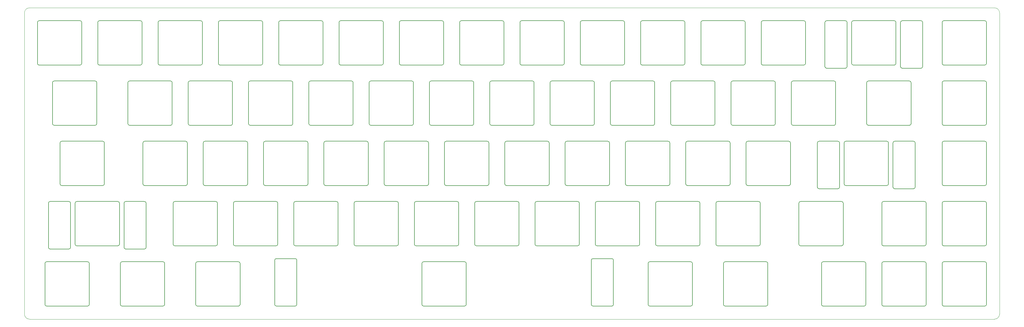
<source format=gbr>
G04 #@! TF.GenerationSoftware,KiCad,Pcbnew,(5.1.4)-1*
G04 #@! TF.CreationDate,2021-01-30T00:12:26-06:00*
G04 #@! TF.ProjectId,65NumpadPLATE,36354e75-6d70-4616-9450-4c4154452e6b,rev?*
G04 #@! TF.SameCoordinates,Original*
G04 #@! TF.FileFunction,Profile,NP*
%FSLAX46Y46*%
G04 Gerber Fmt 4.6, Leading zero omitted, Abs format (unit mm)*
G04 Created by KiCad (PCBNEW (5.1.4)-1) date 2021-01-30 00:12:26*
%MOMM*%
%LPD*%
G04 APERTURE LIST*
%ADD10C,0.200000*%
%ADD11C,0.050000*%
G04 APERTURE END LIST*
D10*
X12033249Y-51714500D02*
X-966750Y-51714500D01*
X-966750Y-65714499D02*
X12033249Y-65714499D01*
X12533249Y-65214499D02*
G75*
G02X12033249Y-65714499I-500000J0D01*
G01*
X-1466750Y-52214500D02*
G75*
G02X-966750Y-51714500I500000J0D01*
G01*
X-966750Y-65714499D02*
G75*
G02X-1466750Y-65214499I0J500000D01*
G01*
X12033249Y-51714500D02*
G75*
G02X12533249Y-52214500I0J-500000D01*
G01*
X69183250Y-51714500D02*
G75*
G02X69683250Y-52214500I0J-500000D01*
G01*
X50133250Y-51714500D02*
G75*
G02X50633250Y-52214500I0J-500000D01*
G01*
X55683250Y-52214500D02*
G75*
G02X56183250Y-51714500I500000J0D01*
G01*
X50133250Y-51714500D02*
X37133250Y-51714500D01*
X50633250Y-65214499D02*
X50633250Y-52214500D01*
X36633250Y-52214500D02*
X36633250Y-65214499D01*
X37133250Y-65714499D02*
X50133250Y-65714499D01*
X56183250Y-65714499D02*
G75*
G02X55683250Y-65214499I0J500000D01*
G01*
X36633250Y-52214500D02*
G75*
G02X37133250Y-51714500I500000J0D01*
G01*
X69683250Y-65214499D02*
G75*
G02X69183250Y-65714499I-500000J0D01*
G01*
X50633250Y-65214499D02*
G75*
G02X50133250Y-65714499I-500000J0D01*
G01*
X88733250Y-65214499D02*
X88733250Y-52214500D01*
X88733250Y-65214499D02*
G75*
G02X88233250Y-65714499I-500000J0D01*
G01*
X88233250Y-51714500D02*
X75233250Y-51714500D01*
X75233250Y-65714499D02*
X88233250Y-65714499D01*
X74733250Y-52214500D02*
G75*
G02X75233250Y-51714500I500000J0D01*
G01*
X88233250Y-51714500D02*
G75*
G02X88733250Y-52214500I0J-500000D01*
G01*
X69683250Y-65214499D02*
X69683250Y-52214500D01*
X75233250Y-65714499D02*
G75*
G02X74733250Y-65214499I0J500000D01*
G01*
X69183250Y-51714500D02*
X56183250Y-51714500D01*
X55683250Y-52214500D02*
X55683250Y-65214499D01*
X56183250Y-65714499D02*
X69183250Y-65714499D01*
X126833249Y-65214499D02*
G75*
G02X126333249Y-65714499I-500000J0D01*
G01*
X113333250Y-65714499D02*
G75*
G02X112833250Y-65214499I0J500000D01*
G01*
X94283250Y-65714499D02*
X107283250Y-65714499D01*
X107783250Y-65214499D02*
G75*
G02X107283250Y-65714499I-500000J0D01*
G01*
X107283250Y-51714500D02*
X94283250Y-51714500D01*
X93783250Y-52214500D02*
G75*
G02X94283250Y-51714500I500000J0D01*
G01*
X107283250Y-51714500D02*
G75*
G02X107783250Y-52214500I0J-500000D01*
G01*
X94283250Y-65714499D02*
G75*
G02X93783250Y-65214499I0J500000D01*
G01*
X74733250Y-52214500D02*
X74733250Y-65214499D01*
X93783250Y-52214500D02*
X93783250Y-65214499D01*
X107783250Y-65214499D02*
X107783250Y-52214500D01*
X132383250Y-65714499D02*
G75*
G02X131883250Y-65214499I0J500000D01*
G01*
X131883250Y-52214500D02*
G75*
G02X132383250Y-51714500I500000J0D01*
G01*
X126333249Y-51714500D02*
G75*
G02X126833249Y-52214500I0J-500000D01*
G01*
X113333250Y-65714499D02*
X126333249Y-65714499D01*
X132383250Y-65714499D02*
X145383250Y-65714499D01*
X126833249Y-65214499D02*
X126833249Y-52214500D01*
X126333249Y-51714500D02*
X113333250Y-51714500D01*
X112833250Y-52214500D02*
X112833250Y-65214499D01*
X145383250Y-51714500D02*
G75*
G02X145883250Y-52214500I0J-500000D01*
G01*
X145883250Y-65214499D02*
G75*
G02X145383250Y-65714499I-500000J0D01*
G01*
X112833250Y-52214500D02*
G75*
G02X113333250Y-51714500I500000J0D01*
G01*
X37133250Y-65714499D02*
G75*
G02X36633250Y-65214499I0J500000D01*
G01*
X31083250Y-51714500D02*
X18083250Y-51714500D01*
X18083250Y-65714499D02*
G75*
G02X17583250Y-65214499I0J500000D01*
G01*
X-1466750Y-52214500D02*
X-1466750Y-65214499D01*
X31583250Y-65214499D02*
X31583250Y-52214500D01*
X31083250Y-51714500D02*
G75*
G02X31583250Y-52214500I0J-500000D01*
G01*
X17583250Y-52214500D02*
X17583250Y-65214499D01*
X18083250Y-65714499D02*
X31083250Y-65714499D01*
X17583250Y-52214500D02*
G75*
G02X18083250Y-51714500I500000J0D01*
G01*
X31583250Y-65214499D02*
G75*
G02X31083250Y-65714499I-500000J0D01*
G01*
X12533249Y-65214499D02*
X12533249Y-52214500D01*
X284783250Y-84764500D02*
X297783250Y-84764500D01*
X297783250Y-70764500D02*
G75*
G02X298283250Y-71264500I0J-500000D01*
G01*
X297783250Y-70764500D02*
X284783250Y-70764500D01*
X298283250Y-84264500D02*
G75*
G02X297783250Y-84764500I-500000J0D01*
G01*
X284283250Y-71264500D02*
G75*
G02X284783250Y-70764500I500000J0D01*
G01*
X284283250Y-71264500D02*
X284283250Y-84264500D01*
X298283250Y-84264500D02*
X298283250Y-71264500D01*
X145383250Y-51714500D02*
X132383250Y-51714500D01*
X150933250Y-52214500D02*
X150933250Y-65214499D01*
X164933250Y-65214499D02*
X164933250Y-52214500D01*
X164433250Y-51714500D02*
X151433250Y-51714500D01*
X164433250Y-51714500D02*
G75*
G02X164933250Y-52214500I0J-500000D01*
G01*
X151433250Y-65714499D02*
X164433250Y-65714499D01*
X164933250Y-65214499D02*
G75*
G02X164433250Y-65714499I-500000J0D01*
G01*
X151433250Y-65714499D02*
G75*
G02X150933250Y-65214499I0J500000D01*
G01*
X131883250Y-52214500D02*
X131883250Y-65214499D01*
X150933250Y-52214500D02*
G75*
G02X151433250Y-51714500I500000J0D01*
G01*
X145883250Y-65214499D02*
X145883250Y-52214500D01*
X19677000Y-103314500D02*
X19677000Y-90314500D01*
X45870750Y-103314500D02*
X45870750Y-90314500D01*
X45370750Y-89814500D02*
G75*
G02X45870750Y-90314500I0J-500000D01*
G01*
X5677000Y-90314500D02*
G75*
G02X6177000Y-89814500I500000J0D01*
G01*
X102520750Y-89814500D02*
G75*
G02X103020750Y-90314500I0J-500000D01*
G01*
X103020750Y-103314500D02*
G75*
G02X102520750Y-103814500I-500000J0D01*
G01*
X83470750Y-89814500D02*
G75*
G02X83970750Y-90314500I0J-500000D01*
G01*
X31870750Y-90314500D02*
G75*
G02X32370750Y-89814500I500000J0D01*
G01*
X19177000Y-89814500D02*
X6177000Y-89814500D01*
X19677000Y-103314500D02*
G75*
G02X19177000Y-103814500I-500000J0D01*
G01*
X51420750Y-103814500D02*
X64420750Y-103814500D01*
X50920750Y-90314500D02*
G75*
G02X51420750Y-89814500I500000J0D01*
G01*
X89520750Y-103814500D02*
G75*
G02X89020750Y-103314500I0J500000D01*
G01*
X64420750Y-89814500D02*
G75*
G02X64920750Y-90314500I0J-500000D01*
G01*
X69970750Y-90314500D02*
X69970750Y-103314500D01*
X45370750Y-89814500D02*
X32370750Y-89814500D01*
X32370750Y-103814500D02*
X45370750Y-103814500D01*
X32370750Y-103814500D02*
G75*
G02X31870750Y-103314500I0J500000D01*
G01*
X83470750Y-89814500D02*
X70470750Y-89814500D01*
X69970750Y-90314500D02*
G75*
G02X70470750Y-89814500I500000J0D01*
G01*
X83970750Y-103314500D02*
G75*
G02X83470750Y-103814500I-500000J0D01*
G01*
X70470750Y-103814500D02*
G75*
G02X69970750Y-103314500I0J500000D01*
G01*
X50920750Y-90314500D02*
X50920750Y-103314500D01*
X64920750Y-103314500D02*
X64920750Y-90314500D01*
X51420750Y-103814500D02*
G75*
G02X50920750Y-103314500I0J500000D01*
G01*
X31870750Y-90314500D02*
X31870750Y-103314500D01*
X6177000Y-103814500D02*
G75*
G02X5677000Y-103314500I0J500000D01*
G01*
X45870750Y-103314500D02*
G75*
G02X45370750Y-103814500I-500000J0D01*
G01*
X5677000Y-90314500D02*
X5677000Y-103314500D01*
X6177000Y-103814500D02*
X19177000Y-103814500D01*
X19177000Y-89814500D02*
G75*
G02X19677000Y-90314500I0J-500000D01*
G01*
X64920750Y-103314500D02*
G75*
G02X64420750Y-103814500I-500000J0D01*
G01*
X83970750Y-103314500D02*
X83970750Y-90314500D01*
X70470750Y-103814500D02*
X83470750Y-103814500D01*
X64420750Y-89814500D02*
X51420750Y-89814500D01*
X247270250Y-52214500D02*
X247270250Y-66214500D01*
X247770250Y-66714500D02*
X253770250Y-66714500D01*
X254270250Y-66214500D02*
X254270250Y-52214500D01*
X254270250Y-66214500D02*
G75*
G02X253770250Y-66714500I-500000J0D01*
G01*
X247270250Y-52214500D02*
G75*
G02X247770250Y-51714500I500000J0D01*
G01*
X253770250Y-51714500D02*
G75*
G02X254270250Y-52214500I0J-500000D01*
G01*
X255708250Y-52214500D02*
X255708250Y-65214499D01*
X269708250Y-65214499D02*
X269708250Y-52214500D01*
X247770250Y-66714500D02*
G75*
G02X247270250Y-66214500I0J500000D01*
G01*
X256208250Y-65714499D02*
X269208250Y-65714499D01*
X284783250Y-65714499D02*
G75*
G02X284283250Y-65214499I0J500000D01*
G01*
X271146250Y-52214500D02*
X271146250Y-66214500D01*
X277646250Y-51714500D02*
G75*
G02X278146250Y-52214500I0J-500000D01*
G01*
X269208250Y-51714500D02*
X256208250Y-51714500D01*
X253770250Y-51714500D02*
X247770250Y-51714500D01*
X278146250Y-66214500D02*
X278146250Y-52214500D01*
X277646250Y-51714500D02*
X271646250Y-51714500D01*
X271646250Y-66714500D02*
X277646250Y-66714500D01*
X271146250Y-52214500D02*
G75*
G02X271646250Y-51714500I500000J0D01*
G01*
X255708250Y-52214500D02*
G75*
G02X256208250Y-51714500I500000J0D01*
G01*
X278146250Y-66214500D02*
G75*
G02X277646250Y-66714500I-500000J0D01*
G01*
X269208250Y-51714500D02*
G75*
G02X269708250Y-52214500I0J-500000D01*
G01*
X271646250Y-66714500D02*
G75*
G02X271146250Y-66214500I0J500000D01*
G01*
X27108250Y-71264500D02*
G75*
G02X27608250Y-70764500I500000J0D01*
G01*
X17295750Y-84264500D02*
X17295750Y-71264500D01*
X27608250Y-84764500D02*
G75*
G02X27108250Y-84264500I0J500000D01*
G01*
X3295750Y-71264500D02*
X3295750Y-84264500D01*
X16795750Y-70764500D02*
X3795750Y-70764500D01*
X3795750Y-84764500D02*
X16795750Y-84764500D01*
X3295750Y-71264500D02*
G75*
G02X3795750Y-70764500I500000J0D01*
G01*
X17295750Y-84264500D02*
G75*
G02X16795750Y-84764500I-500000J0D01*
G01*
X46658250Y-84764500D02*
X59658250Y-84764500D01*
X16795750Y-70764500D02*
G75*
G02X17295750Y-71264500I0J-500000D01*
G01*
X40608250Y-70764500D02*
G75*
G02X41108250Y-71264500I0J-500000D01*
G01*
X27108250Y-71264500D02*
X27108250Y-84264500D01*
X46158250Y-71264500D02*
G75*
G02X46658250Y-70764500I500000J0D01*
G01*
X59658250Y-70764500D02*
G75*
G02X60158250Y-71264500I0J-500000D01*
G01*
X60158250Y-84264500D02*
G75*
G02X59658250Y-84764500I-500000J0D01*
G01*
X46658250Y-84764500D02*
G75*
G02X46158250Y-84264500I0J500000D01*
G01*
X3795750Y-84764500D02*
G75*
G02X3295750Y-84264500I0J500000D01*
G01*
X41108250Y-84264500D02*
X41108250Y-71264500D01*
X40608250Y-70764500D02*
X27608250Y-70764500D01*
X27608250Y-84764500D02*
X40608250Y-84764500D01*
X41108250Y-84264500D02*
G75*
G02X40608250Y-84764500I-500000J0D01*
G01*
X170483250Y-65714499D02*
G75*
G02X169983250Y-65214499I0J500000D01*
G01*
X183483250Y-51714500D02*
G75*
G02X183983250Y-52214500I0J-500000D01*
G01*
X183983250Y-65214499D02*
G75*
G02X183483250Y-65714499I-500000J0D01*
G01*
X202533250Y-51714500D02*
G75*
G02X203033250Y-52214500I0J-500000D01*
G01*
X203033250Y-65214499D02*
G75*
G02X202533250Y-65714499I-500000J0D01*
G01*
X189533250Y-65714499D02*
G75*
G02X189033250Y-65214499I0J500000D01*
G01*
X169983250Y-52214500D02*
X169983250Y-65214499D01*
X183983250Y-65214499D02*
X183983250Y-52214500D01*
X183483250Y-51714500D02*
X170483250Y-51714500D01*
X169983250Y-52214500D02*
G75*
G02X170483250Y-51714500I500000J0D01*
G01*
X170483250Y-65714499D02*
X183483250Y-65714499D01*
X278733250Y-108864500D02*
G75*
G02X279233250Y-109364500I0J-500000D01*
G01*
X252539500Y-108864500D02*
X239539500Y-108864500D01*
X279233250Y-122364500D02*
G75*
G02X278733250Y-122864500I-500000J0D01*
G01*
X278733250Y-108864500D02*
X265733250Y-108864500D01*
X297783250Y-108864500D02*
X284783250Y-108864500D01*
X253039500Y-122364500D02*
X253039500Y-109364500D01*
X265233250Y-109364500D02*
X265233250Y-122364500D01*
X279233250Y-122364500D02*
X279233250Y-109364500D01*
X265733250Y-122864500D02*
G75*
G02X265233250Y-122364500I0J500000D01*
G01*
X239039500Y-109364500D02*
X239039500Y-122364500D01*
X239039500Y-109364500D02*
G75*
G02X239539500Y-108864500I500000J0D01*
G01*
X298283250Y-122364500D02*
X298283250Y-109364500D01*
X284783250Y-122864500D02*
X297783250Y-122864500D01*
X284283250Y-109364500D02*
G75*
G02X284783250Y-108864500I500000J0D01*
G01*
X265233250Y-109364500D02*
G75*
G02X265733250Y-108864500I500000J0D01*
G01*
X298283250Y-122364500D02*
G75*
G02X297783250Y-122864500I-500000J0D01*
G01*
X297783250Y-108864500D02*
G75*
G02X298283250Y-109364500I0J-500000D01*
G01*
X265733250Y-122864500D02*
X278733250Y-122864500D01*
X239539500Y-122864500D02*
X252539500Y-122864500D01*
X284283250Y-109364500D02*
X284283250Y-122364500D01*
X284783250Y-122864500D02*
G75*
G02X284283250Y-122364500I0J500000D01*
G01*
X99045750Y-122864500D02*
X112045750Y-122864500D01*
X169695750Y-122364500D02*
G75*
G02X169195750Y-122864500I-500000J0D01*
G01*
X92995750Y-108864500D02*
X79995750Y-108864500D01*
X150145750Y-108864500D02*
G75*
G02X150645750Y-109364500I0J-500000D01*
G01*
X99045750Y-122864500D02*
G75*
G02X98545750Y-122364500I0J500000D01*
G01*
X169195750Y-108864500D02*
X156195750Y-108864500D01*
X131095750Y-108864500D02*
X118095750Y-108864500D01*
X98545750Y-109364500D02*
G75*
G02X99045750Y-108864500I500000J0D01*
G01*
X112045750Y-108864500D02*
G75*
G02X112545750Y-109364500I0J-500000D01*
G01*
X207295750Y-108864500D02*
X194295750Y-108864500D01*
X193795750Y-109364500D02*
G75*
G02X194295750Y-108864500I500000J0D01*
G01*
X174745750Y-109364500D02*
G75*
G02X175245750Y-108864500I500000J0D01*
G01*
X169695750Y-122364500D02*
X169695750Y-109364500D01*
X79495750Y-109364500D02*
X79495750Y-122364500D01*
X169195750Y-108864500D02*
G75*
G02X169695750Y-109364500I0J-500000D01*
G01*
X137145750Y-122864500D02*
X150145750Y-122864500D01*
X137145750Y-122864500D02*
G75*
G02X136645750Y-122364500I0J500000D01*
G01*
X131595750Y-122364500D02*
G75*
G02X131095750Y-122864500I-500000J0D01*
G01*
X98545750Y-109364500D02*
X98545750Y-122364500D01*
X252539500Y-108864500D02*
G75*
G02X253039500Y-109364500I0J-500000D01*
G01*
X188245750Y-108864500D02*
G75*
G02X188745750Y-109364500I0J-500000D01*
G01*
X93495750Y-122364500D02*
X93495750Y-109364500D01*
X194295750Y-122864500D02*
X207295750Y-122864500D01*
X175245750Y-122864500D02*
G75*
G02X174745750Y-122364500I0J500000D01*
G01*
X118095750Y-122864500D02*
G75*
G02X117595750Y-122364500I0J500000D01*
G01*
X79995750Y-122864500D02*
X92995750Y-122864500D01*
X207795750Y-122364500D02*
G75*
G02X207295750Y-122864500I-500000J0D01*
G01*
X156195750Y-122864500D02*
X169195750Y-122864500D01*
X155695750Y-109364500D02*
G75*
G02X156195750Y-108864500I500000J0D01*
G01*
X112045750Y-108864500D02*
X99045750Y-108864500D01*
X136645750Y-109364500D02*
X136645750Y-122364500D01*
X253039500Y-122364500D02*
G75*
G02X252539500Y-122864500I-500000J0D01*
G01*
X239539500Y-122864500D02*
G75*
G02X239039500Y-122364500I0J500000D01*
G01*
X226345750Y-108864500D02*
G75*
G02X226845750Y-109364500I0J-500000D01*
G01*
X213345750Y-122864500D02*
G75*
G02X212845750Y-122364500I0J500000D01*
G01*
X193795750Y-109364500D02*
X193795750Y-122364500D01*
X188245750Y-108864500D02*
X175245750Y-108864500D01*
X118095750Y-122864500D02*
X131095750Y-122864500D01*
X112545750Y-122364500D02*
G75*
G02X112045750Y-122864500I-500000J0D01*
G01*
X207795750Y-122364500D02*
X207795750Y-109364500D01*
X117595750Y-109364500D02*
G75*
G02X118095750Y-108864500I500000J0D01*
G01*
X131095750Y-108864500D02*
G75*
G02X131595750Y-109364500I0J-500000D01*
G01*
X131595750Y-122364500D02*
X131595750Y-109364500D01*
X212845750Y-109364500D02*
G75*
G02X213345750Y-108864500I500000J0D01*
G01*
X117595750Y-109364500D02*
X117595750Y-122364500D01*
X212845750Y-109364500D02*
X212845750Y-122364500D01*
X226845750Y-122364500D02*
X226845750Y-109364500D01*
X226345750Y-108864500D02*
X213345750Y-108864500D01*
X213345750Y-122864500D02*
X226345750Y-122864500D01*
X207295750Y-108864500D02*
G75*
G02X207795750Y-109364500I0J-500000D01*
G01*
X136645750Y-109364500D02*
G75*
G02X137145750Y-108864500I500000J0D01*
G01*
X112545750Y-122364500D02*
X112545750Y-109364500D01*
X226845750Y-122364500D02*
G75*
G02X226345750Y-122864500I-500000J0D01*
G01*
X156195750Y-122864500D02*
G75*
G02X155695750Y-122364500I0J500000D01*
G01*
X194295750Y-122864500D02*
G75*
G02X193795750Y-122364500I0J500000D01*
G01*
X150645750Y-122364500D02*
X150645750Y-109364500D01*
X150645750Y-122364500D02*
G75*
G02X150145750Y-122864500I-500000J0D01*
G01*
X174745750Y-109364500D02*
X174745750Y-122364500D01*
X188745750Y-122364500D02*
X188745750Y-109364500D01*
X175245750Y-122864500D02*
X188245750Y-122864500D01*
X188745750Y-122364500D02*
G75*
G02X188245750Y-122864500I-500000J0D01*
G01*
X155695750Y-109364500D02*
X155695750Y-122364500D01*
X79495750Y-109364500D02*
G75*
G02X79995750Y-108864500I500000J0D01*
G01*
X150145750Y-108864500D02*
X137145750Y-108864500D01*
X160170750Y-103314500D02*
X160170750Y-90314500D01*
X146170750Y-90314500D02*
G75*
G02X146670750Y-89814500I500000J0D01*
G01*
X127120750Y-90314500D02*
X127120750Y-103314500D01*
X103020750Y-103314500D02*
X103020750Y-90314500D01*
X140620750Y-89814500D02*
G75*
G02X141120750Y-90314500I0J-500000D01*
G01*
X146670750Y-103814500D02*
X159670750Y-103814500D01*
X159670750Y-89814500D02*
G75*
G02X160170750Y-90314500I0J-500000D01*
G01*
X121570750Y-89814500D02*
X108570750Y-89814500D01*
X108070750Y-90314500D02*
G75*
G02X108570750Y-89814500I500000J0D01*
G01*
X102520750Y-89814500D02*
X89520750Y-89814500D01*
X159670750Y-89814500D02*
X146670750Y-89814500D01*
X160170750Y-103314500D02*
G75*
G02X159670750Y-103814500I-500000J0D01*
G01*
X140620750Y-89814500D02*
X127620750Y-89814500D01*
X127120750Y-90314500D02*
G75*
G02X127620750Y-89814500I500000J0D01*
G01*
X141120750Y-103314500D02*
G75*
G02X140620750Y-103814500I-500000J0D01*
G01*
X108570750Y-103814500D02*
X121570750Y-103814500D01*
X108070750Y-90314500D02*
X108070750Y-103314500D01*
X127620750Y-103814500D02*
G75*
G02X127120750Y-103314500I0J500000D01*
G01*
X121570750Y-89814500D02*
G75*
G02X122070750Y-90314500I0J-500000D01*
G01*
X89020750Y-90314500D02*
X89020750Y-103314500D01*
X89520750Y-103814500D02*
X102520750Y-103814500D01*
X141120750Y-103314500D02*
X141120750Y-90314500D01*
X89020750Y-90314500D02*
G75*
G02X89520750Y-89814500I500000J0D01*
G01*
X146670750Y-103814500D02*
G75*
G02X146170750Y-103314500I0J500000D01*
G01*
X127620750Y-103814500D02*
X140620750Y-103814500D01*
X122070750Y-103314500D02*
X122070750Y-90314500D01*
X122070750Y-103314500D02*
G75*
G02X121570750Y-103814500I-500000J0D01*
G01*
X108570750Y-103814500D02*
G75*
G02X108070750Y-103314500I0J500000D01*
G01*
X297783250Y-89814500D02*
G75*
G02X298283250Y-90314500I0J-500000D01*
G01*
X217320750Y-103314500D02*
G75*
G02X216820750Y-103814500I-500000J0D01*
G01*
X184770750Y-103814500D02*
G75*
G02X184270750Y-103314500I0J500000D01*
G01*
X203820750Y-103814500D02*
G75*
G02X203320750Y-103314500I0J500000D01*
G01*
X184770750Y-103814500D02*
X197770750Y-103814500D01*
X165720750Y-103814500D02*
X178720750Y-103814500D01*
X165720750Y-103814500D02*
G75*
G02X165220750Y-103314500I0J500000D01*
G01*
X284783250Y-103814500D02*
X297783250Y-103814500D01*
X244889000Y-90314500D02*
G75*
G02X245389000Y-89814500I500000J0D01*
G01*
X236370750Y-103314500D02*
X236370750Y-90314500D01*
X217320750Y-103314500D02*
X217320750Y-90314500D01*
X178720750Y-89814500D02*
X165720750Y-89814500D01*
X284283250Y-90314500D02*
G75*
G02X284783250Y-89814500I500000J0D01*
G01*
X268765000Y-90314500D02*
X268765000Y-104314500D01*
X275765000Y-104314500D02*
X275765000Y-90314500D01*
X184270750Y-90314500D02*
X184270750Y-103314500D01*
X165220750Y-90314500D02*
G75*
G02X165720750Y-89814500I500000J0D01*
G01*
X269265000Y-104814500D02*
G75*
G02X268765000Y-104314500I0J500000D01*
G01*
X266827000Y-89814500D02*
G75*
G02X267327000Y-90314500I0J-500000D01*
G01*
X244889000Y-90314500D02*
X244889000Y-104314500D01*
X251389000Y-89814500D02*
X245389000Y-89814500D01*
X251389000Y-89814500D02*
G75*
G02X251889000Y-90314500I0J-500000D01*
G01*
X245389000Y-104814500D02*
G75*
G02X244889000Y-104314500I0J500000D01*
G01*
X216820750Y-89814500D02*
G75*
G02X217320750Y-90314500I0J-500000D01*
G01*
X146170750Y-90314500D02*
X146170750Y-103314500D01*
X222870750Y-103814500D02*
X235870750Y-103814500D01*
X266827000Y-89814500D02*
X253827000Y-89814500D01*
X222870750Y-103814500D02*
G75*
G02X222370750Y-103314500I0J500000D01*
G01*
X197770750Y-89814500D02*
G75*
G02X198270750Y-90314500I0J-500000D01*
G01*
X179220750Y-103314500D02*
X179220750Y-90314500D01*
X298283250Y-103314500D02*
G75*
G02X297783250Y-103814500I-500000J0D01*
G01*
X267327000Y-103314500D02*
X267327000Y-90314500D01*
X178720750Y-89814500D02*
G75*
G02X179220750Y-90314500I0J-500000D01*
G01*
X203820750Y-103814500D02*
X216820750Y-103814500D01*
X222370750Y-90314500D02*
X222370750Y-103314500D01*
X197770750Y-89814500D02*
X184770750Y-89814500D01*
X284783250Y-103814500D02*
G75*
G02X284283250Y-103314500I0J500000D01*
G01*
X275265000Y-89814500D02*
X269265000Y-89814500D01*
X251889000Y-104314500D02*
G75*
G02X251389000Y-104814500I-500000J0D01*
G01*
X269265000Y-104814500D02*
X275265000Y-104814500D01*
X268765000Y-90314500D02*
G75*
G02X269265000Y-89814500I500000J0D01*
G01*
X275265000Y-89814500D02*
G75*
G02X275765000Y-90314500I0J-500000D01*
G01*
X253327000Y-90314500D02*
G75*
G02X253827000Y-89814500I500000J0D01*
G01*
X165220750Y-90314500D02*
X165220750Y-103314500D01*
X275765000Y-104314500D02*
G75*
G02X275265000Y-104814500I-500000J0D01*
G01*
X245389000Y-104814500D02*
X251389000Y-104814500D01*
X222370750Y-90314500D02*
G75*
G02X222870750Y-89814500I500000J0D01*
G01*
X253327000Y-90314500D02*
X253327000Y-103314500D01*
X203320750Y-90314500D02*
X203320750Y-103314500D01*
X235870750Y-89814500D02*
X222870750Y-89814500D01*
X203320750Y-90314500D02*
G75*
G02X203820750Y-89814500I500000J0D01*
G01*
X198270750Y-103314500D02*
X198270750Y-90314500D01*
X184270750Y-90314500D02*
G75*
G02X184770750Y-89814500I500000J0D01*
G01*
X253827000Y-103814500D02*
X266827000Y-103814500D01*
X267327000Y-103314500D02*
G75*
G02X266827000Y-103814500I-500000J0D01*
G01*
X253827000Y-103814500D02*
G75*
G02X253327000Y-103314500I0J500000D01*
G01*
X216820750Y-89814500D02*
X203820750Y-89814500D01*
X236370750Y-103314500D02*
G75*
G02X235870750Y-103814500I-500000J0D01*
G01*
X198270750Y-103314500D02*
G75*
G02X197770750Y-103814500I-500000J0D01*
G01*
X251889000Y-104314500D02*
X251889000Y-90314500D01*
X179220750Y-103314500D02*
G75*
G02X178720750Y-103814500I-500000J0D01*
G01*
X298283250Y-103314500D02*
X298283250Y-90314500D01*
X235870750Y-89814500D02*
G75*
G02X236370750Y-90314500I0J-500000D01*
G01*
X297783250Y-89814500D02*
X284783250Y-89814500D01*
X227133250Y-52214500D02*
G75*
G02X227633250Y-51714500I500000J0D01*
G01*
X189533250Y-65714499D02*
X202533250Y-65714499D01*
X203033250Y-65214499D02*
X203033250Y-52214500D01*
X256208250Y-65714499D02*
G75*
G02X255708250Y-65214499I0J500000D01*
G01*
X221583250Y-51714500D02*
G75*
G02X222083250Y-52214500I0J-500000D01*
G01*
X202533250Y-51714500D02*
X189533250Y-51714500D01*
X269708250Y-65214499D02*
G75*
G02X269208250Y-65714499I-500000J0D01*
G01*
X227133250Y-52214500D02*
X227133250Y-65214499D01*
X240633250Y-51714500D02*
X227633250Y-51714500D01*
X227633250Y-65714499D02*
X240633250Y-65714499D01*
X208583250Y-65714499D02*
X221583250Y-65714499D01*
X241133250Y-65214499D02*
X241133250Y-52214500D01*
X208583250Y-65714499D02*
G75*
G02X208083250Y-65214499I0J500000D01*
G01*
X240633250Y-51714500D02*
G75*
G02X241133250Y-52214500I0J-500000D01*
G01*
X227633250Y-65714499D02*
G75*
G02X227133250Y-65214499I0J500000D01*
G01*
X208083250Y-52214500D02*
X208083250Y-65214499D01*
X189033250Y-52214500D02*
G75*
G02X189533250Y-51714500I500000J0D01*
G01*
X208083250Y-52214500D02*
G75*
G02X208583250Y-51714500I500000J0D01*
G01*
X189033250Y-52214500D02*
X189033250Y-65214499D01*
X221583250Y-51714500D02*
X208583250Y-51714500D01*
X222083250Y-65214499D02*
G75*
G02X221583250Y-65714499I-500000J0D01*
G01*
X241133250Y-65214499D02*
G75*
G02X240633250Y-65714499I-500000J0D01*
G01*
X222083250Y-65214499D02*
X222083250Y-52214500D01*
X297783250Y-51714500D02*
X284783250Y-51714500D01*
X298283250Y-65214499D02*
G75*
G02X297783250Y-65714499I-500000J0D01*
G01*
X284783250Y-65714499D02*
X297783250Y-65714499D01*
X297783250Y-51714500D02*
G75*
G02X298283250Y-52214500I0J-500000D01*
G01*
X284283250Y-52214500D02*
G75*
G02X284783250Y-51714500I500000J0D01*
G01*
X284283250Y-52214500D02*
X284283250Y-65214499D01*
X298283250Y-65214499D02*
X298283250Y-52214500D01*
X231608250Y-84264500D02*
G75*
G02X231108250Y-84764500I-500000J0D01*
G01*
X193508250Y-84264500D02*
X193508250Y-71264500D01*
X284783250Y-84764500D02*
G75*
G02X284283250Y-84264500I0J500000D01*
G01*
X260470749Y-71264500D02*
X260470749Y-84264500D01*
X260970749Y-84764500D02*
X273970750Y-84764500D01*
X193008250Y-70764500D02*
G75*
G02X193508250Y-71264500I0J-500000D01*
G01*
X236658250Y-71264500D02*
G75*
G02X237158250Y-70764500I500000J0D01*
G01*
X217608250Y-71264500D02*
X217608250Y-84264500D01*
X217608250Y-71264500D02*
G75*
G02X218108250Y-70764500I500000J0D01*
G01*
X212558250Y-84264500D02*
G75*
G02X212058250Y-84764500I-500000J0D01*
G01*
X180008250Y-84764500D02*
X193008250Y-84764500D01*
X198558250Y-71264500D02*
X198558250Y-84264500D01*
X274470750Y-84264500D02*
X274470750Y-71264500D01*
X273970750Y-70764500D02*
X260970749Y-70764500D01*
X212058250Y-70764500D02*
X199058250Y-70764500D01*
X260470749Y-71264500D02*
G75*
G02X260970749Y-70764500I500000J0D01*
G01*
X273970750Y-70764500D02*
G75*
G02X274470750Y-71264500I0J-500000D01*
G01*
X179508250Y-71264500D02*
X179508250Y-84264500D01*
X174458250Y-84264500D02*
X174458250Y-71264500D01*
X173958250Y-70764500D02*
X160958250Y-70764500D01*
X250658250Y-84264500D02*
X250658250Y-71264500D01*
X160458250Y-71264500D02*
G75*
G02X160958250Y-70764500I500000J0D01*
G01*
X274470750Y-84264500D02*
G75*
G02X273970750Y-84764500I-500000J0D01*
G01*
X260970749Y-84764500D02*
G75*
G02X260470749Y-84264500I0J500000D01*
G01*
X212058250Y-70764500D02*
G75*
G02X212558250Y-71264500I0J-500000D01*
G01*
X199058250Y-84764500D02*
G75*
G02X198558250Y-84264500I0J500000D01*
G01*
X236658250Y-71264500D02*
X236658250Y-84264500D01*
X250158250Y-70764500D02*
X237158250Y-70764500D01*
X237158250Y-84764500D02*
X250158250Y-84764500D01*
X160458250Y-71264500D02*
X160458250Y-84264500D01*
X250158250Y-70764500D02*
G75*
G02X250658250Y-71264500I0J-500000D01*
G01*
X180008250Y-84764500D02*
G75*
G02X179508250Y-84264500I0J500000D01*
G01*
X231108250Y-70764500D02*
X218108250Y-70764500D01*
X193508250Y-84264500D02*
G75*
G02X193008250Y-84764500I-500000J0D01*
G01*
X237158250Y-84764500D02*
G75*
G02X236658250Y-84264500I0J500000D01*
G01*
X231608250Y-84264500D02*
X231608250Y-71264500D01*
X193008250Y-70764500D02*
X180008250Y-70764500D01*
X199058250Y-84764500D02*
X212058250Y-84764500D01*
X250658250Y-84264500D02*
G75*
G02X250158250Y-84764500I-500000J0D01*
G01*
X198558250Y-71264500D02*
G75*
G02X199058250Y-70764500I500000J0D01*
G01*
X160958250Y-84764500D02*
X173958250Y-84764500D01*
X218108250Y-84764500D02*
X231108250Y-84764500D01*
X231108250Y-70764500D02*
G75*
G02X231608250Y-71264500I0J-500000D01*
G01*
X212558250Y-84264500D02*
X212558250Y-71264500D01*
X218108250Y-84764500D02*
G75*
G02X217608250Y-84264500I0J500000D01*
G01*
X179508250Y-71264500D02*
G75*
G02X180008250Y-70764500I500000J0D01*
G01*
X116808250Y-70764500D02*
G75*
G02X117308250Y-71264500I0J-500000D01*
G01*
X136358250Y-84264500D02*
X136358250Y-71264500D01*
X136358250Y-84264500D02*
G75*
G02X135858250Y-84764500I-500000J0D01*
G01*
X84258250Y-71264500D02*
G75*
G02X84758250Y-70764500I500000J0D01*
G01*
X97758250Y-70764500D02*
X84758250Y-70764500D01*
X173958250Y-70764500D02*
G75*
G02X174458250Y-71264500I0J-500000D01*
G01*
X78708250Y-70764500D02*
G75*
G02X79208250Y-71264500I0J-500000D01*
G01*
X122358250Y-71264500D02*
X122358250Y-84264500D01*
X65208250Y-71264500D02*
X65208250Y-84264500D01*
X117308250Y-84264500D02*
G75*
G02X116808250Y-84764500I-500000J0D01*
G01*
X155408250Y-84264500D02*
X155408250Y-71264500D01*
X79208250Y-84264500D02*
G75*
G02X78708250Y-84764500I-500000J0D01*
G01*
X84758250Y-84764500D02*
G75*
G02X84258250Y-84264500I0J500000D01*
G01*
X141408250Y-71264500D02*
G75*
G02X141908250Y-70764500I500000J0D01*
G01*
X103308250Y-71264500D02*
G75*
G02X103808250Y-70764500I500000J0D01*
G01*
X79208250Y-84264500D02*
X79208250Y-71264500D01*
X154908250Y-70764500D02*
X141908250Y-70764500D01*
X122358250Y-71264500D02*
G75*
G02X122858250Y-70764500I500000J0D01*
G01*
X154908250Y-70764500D02*
G75*
G02X155408250Y-71264500I0J-500000D01*
G01*
X135858250Y-70764500D02*
X122858250Y-70764500D01*
X117308250Y-84264500D02*
X117308250Y-71264500D01*
X103808250Y-84764500D02*
X116808250Y-84764500D01*
X98258250Y-84264500D02*
G75*
G02X97758250Y-84764500I-500000J0D01*
G01*
X103808250Y-84764500D02*
G75*
G02X103308250Y-84264500I0J500000D01*
G01*
X122858250Y-84764500D02*
G75*
G02X122358250Y-84264500I0J500000D01*
G01*
X116808250Y-70764500D02*
X103808250Y-70764500D01*
X103308250Y-71264500D02*
X103308250Y-84264500D01*
X135858250Y-70764500D02*
G75*
G02X136358250Y-71264500I0J-500000D01*
G01*
X97758250Y-70764500D02*
G75*
G02X98258250Y-71264500I0J-500000D01*
G01*
X141408250Y-71264500D02*
X141408250Y-84264500D01*
X141908250Y-84764500D02*
X154908250Y-84764500D01*
X46158250Y-71264500D02*
X46158250Y-84264500D01*
X155408250Y-84264500D02*
G75*
G02X154908250Y-84764500I-500000J0D01*
G01*
X59658250Y-70764500D02*
X46658250Y-70764500D01*
X84758250Y-84764500D02*
X97758250Y-84764500D01*
X65708250Y-84764500D02*
G75*
G02X65208250Y-84264500I0J500000D01*
G01*
X160958250Y-84764500D02*
G75*
G02X160458250Y-84264500I0J500000D01*
G01*
X141908250Y-84764500D02*
G75*
G02X141408250Y-84264500I0J500000D01*
G01*
X78708250Y-70764500D02*
X65708250Y-70764500D01*
X65708250Y-84764500D02*
X78708250Y-84764500D01*
X60158250Y-84264500D02*
X60158250Y-71264500D01*
X84258250Y-71264500D02*
X84258250Y-84264500D01*
X65208250Y-71264500D02*
G75*
G02X65708250Y-70764500I500000J0D01*
G01*
X174458250Y-84264500D02*
G75*
G02X173958250Y-84764500I-500000J0D01*
G01*
X122858250Y-84764500D02*
X135858250Y-84764500D01*
X98258250Y-84264500D02*
X98258250Y-71264500D01*
X93495750Y-122364500D02*
G75*
G02X92995750Y-122864500I-500000J0D01*
G01*
X32877500Y-123364500D02*
G75*
G02X32377500Y-123864500I-500000J0D01*
G01*
X26377500Y-123864500D02*
G75*
G02X25877500Y-123364500I0J500000D01*
G01*
X79995750Y-122864500D02*
G75*
G02X79495750Y-122364500I0J500000D01*
G01*
X55395750Y-122364500D02*
X55395750Y-109364500D01*
X32877500Y-123364500D02*
X32877500Y-109364500D01*
X2001500Y-109364500D02*
X2001500Y-123364500D01*
X73945750Y-108864500D02*
G75*
G02X74445750Y-109364500I0J-500000D01*
G01*
X74445750Y-122364500D02*
X74445750Y-109364500D01*
X41895750Y-122864500D02*
X54895750Y-122864500D01*
X32377500Y-108864500D02*
G75*
G02X32877500Y-109364500I0J-500000D01*
G01*
X73945750Y-108864500D02*
X60945750Y-108864500D01*
X41895750Y-122864500D02*
G75*
G02X41395750Y-122364500I0J500000D01*
G01*
X41395750Y-109364500D02*
X41395750Y-122364500D01*
X26377500Y-123864500D02*
X32377500Y-123864500D01*
X60445750Y-109364500D02*
X60445750Y-122364500D01*
X60945750Y-122864500D02*
X73945750Y-122864500D01*
X60445750Y-109364500D02*
G75*
G02X60945750Y-108864500I500000J0D01*
G01*
X74445750Y-122364500D02*
G75*
G02X73945750Y-122864500I-500000J0D01*
G01*
X41395750Y-109364500D02*
G75*
G02X41895750Y-108864500I500000J0D01*
G01*
X54895750Y-108864500D02*
X41895750Y-108864500D01*
X25877500Y-109364500D02*
X25877500Y-123364500D01*
X25877500Y-109364500D02*
G75*
G02X26377500Y-108864500I500000J0D01*
G01*
X60945750Y-122864500D02*
G75*
G02X60445750Y-122364500I0J500000D01*
G01*
X32377500Y-108864500D02*
X26377500Y-108864500D01*
X55395750Y-122364500D02*
G75*
G02X54895750Y-122864500I-500000J0D01*
G01*
X92995750Y-108864500D02*
G75*
G02X93495750Y-109364500I0J-500000D01*
G01*
X54895750Y-108864500D02*
G75*
G02X55395750Y-109364500I0J-500000D01*
G01*
X10939500Y-122864500D02*
X23939500Y-122864500D01*
X10939500Y-122864500D02*
G75*
G02X10439500Y-122364500I0J500000D01*
G01*
X9001500Y-123364500D02*
X9001500Y-109364500D01*
X8501500Y-108864500D02*
X2501500Y-108864500D01*
X284283250Y-90314500D02*
X284283250Y-103314500D01*
X23939500Y-108864500D02*
X10939500Y-108864500D01*
X2501500Y-123864500D02*
X8501500Y-123864500D01*
X2001500Y-109364500D02*
G75*
G02X2501500Y-108864500I500000J0D01*
G01*
X10439500Y-109364500D02*
G75*
G02X10939500Y-108864500I500000J0D01*
G01*
X8501500Y-108864500D02*
G75*
G02X9001500Y-109364500I0J-500000D01*
G01*
X9001500Y-123364500D02*
G75*
G02X8501500Y-123864500I-500000J0D01*
G01*
X24439500Y-122364500D02*
X24439500Y-109364500D01*
X23939500Y-108864500D02*
G75*
G02X24439500Y-109364500I0J-500000D01*
G01*
X10439500Y-109364500D02*
X10439500Y-122364500D01*
X2501500Y-123864500D02*
G75*
G02X2001500Y-123364500I0J500000D01*
G01*
X24439500Y-122364500D02*
G75*
G02X23939500Y-122864500I-500000J0D01*
G01*
X80477000Y-141414500D02*
G75*
G02X79977000Y-141914500I-500000J0D01*
G01*
X215227000Y-128414500D02*
G75*
G02X215727000Y-127914500I500000J0D01*
G01*
X180477000Y-141414500D02*
X180477000Y-127414500D01*
X246183250Y-128414500D02*
G75*
G02X246683250Y-127914500I500000J0D01*
G01*
X215227000Y-128414500D02*
X215227000Y-141414500D01*
X191414500Y-128414500D02*
X191414500Y-141414500D01*
X191414500Y-128414500D02*
G75*
G02X191914500Y-127914500I500000J0D01*
G01*
X298283250Y-141414500D02*
G75*
G02X297783250Y-141914500I-500000J0D01*
G01*
X279233250Y-141414500D02*
G75*
G02X278733250Y-141914500I-500000J0D01*
G01*
X215727000Y-141914500D02*
G75*
G02X215227000Y-141414500I0J500000D01*
G01*
X259683250Y-127914500D02*
G75*
G02X260183250Y-128414500I0J-500000D01*
G01*
X205414500Y-141414500D02*
X205414500Y-128414500D01*
X297783250Y-127914500D02*
X284783250Y-127914500D01*
X73977000Y-141914500D02*
G75*
G02X73477000Y-141414500I0J500000D01*
G01*
X259683250Y-127914500D02*
X246683250Y-127914500D01*
X204914500Y-127914500D02*
G75*
G02X205414500Y-128414500I0J-500000D01*
G01*
X265233250Y-128414500D02*
X265233250Y-141414500D01*
X265233250Y-128414500D02*
G75*
G02X265733250Y-127914500I500000J0D01*
G01*
X228727000Y-127914500D02*
X215727000Y-127914500D01*
X229227000Y-141414500D02*
G75*
G02X228727000Y-141914500I-500000J0D01*
G01*
X191914500Y-141914500D02*
G75*
G02X191414500Y-141414500I0J500000D01*
G01*
X204914500Y-127914500D02*
X191914500Y-127914500D01*
X246183250Y-128414500D02*
X246183250Y-141414500D01*
X297783250Y-127914500D02*
G75*
G02X298283250Y-128414500I0J-500000D01*
G01*
X246683250Y-141914500D02*
G75*
G02X246183250Y-141414500I0J500000D01*
G01*
X284283250Y-128414500D02*
X284283250Y-141414500D01*
X298283250Y-141414500D02*
X298283250Y-128414500D01*
X284783250Y-141914500D02*
X297783250Y-141914500D01*
X228727000Y-127914500D02*
G75*
G02X229227000Y-128414500I0J-500000D01*
G01*
X284283250Y-128414500D02*
G75*
G02X284783250Y-127914500I500000J0D01*
G01*
X284783250Y-141914500D02*
G75*
G02X284283250Y-141414500I0J500000D01*
G01*
X279233250Y-141414500D02*
X279233250Y-128414500D01*
X278733250Y-127914500D02*
G75*
G02X279233250Y-128414500I0J-500000D01*
G01*
X73477000Y-127414500D02*
X73477000Y-141414500D01*
X79977000Y-126914500D02*
G75*
G02X80477000Y-127414500I0J-500000D01*
G01*
X260183250Y-141414500D02*
X260183250Y-128414500D01*
X260183250Y-141414500D02*
G75*
G02X259683250Y-141914500I-500000J0D01*
G01*
X229227000Y-141414500D02*
X229227000Y-128414500D01*
X265733250Y-141914500D02*
X278733250Y-141914500D01*
X265733250Y-141914500D02*
G75*
G02X265233250Y-141414500I0J500000D01*
G01*
X73977000Y-141914500D02*
X79977000Y-141914500D01*
X215727000Y-141914500D02*
X228727000Y-141914500D01*
X80477000Y-141414500D02*
X80477000Y-127414500D01*
X73477000Y-127414500D02*
G75*
G02X73977000Y-126914500I500000J0D01*
G01*
X278733250Y-127914500D02*
X265733250Y-127914500D01*
X191914500Y-141914500D02*
X204914500Y-141914500D01*
X246683250Y-141914500D02*
X259683250Y-141914500D01*
X79977000Y-126914500D02*
X73977000Y-126914500D01*
X205414500Y-141414500D02*
G75*
G02X204914500Y-141914500I-500000J0D01*
G01*
X48539500Y-128414500D02*
X48539500Y-141414500D01*
X24727000Y-128414500D02*
X24727000Y-141414500D01*
X62539500Y-141414500D02*
G75*
G02X62039500Y-141914500I-500000J0D01*
G01*
X1414500Y-141914500D02*
G75*
G02X914500Y-141414500I0J500000D01*
G01*
X173477000Y-127414500D02*
X173477000Y-141414500D01*
X25227000Y-141914500D02*
X38227000Y-141914500D01*
X173977000Y-141914500D02*
X179977000Y-141914500D01*
X14414500Y-127914500D02*
G75*
G02X14914500Y-128414500I0J-500000D01*
G01*
X179977000Y-126914500D02*
X173977000Y-126914500D01*
X62039500Y-127914500D02*
G75*
G02X62539500Y-128414500I0J-500000D01*
G01*
X173977000Y-141914500D02*
G75*
G02X173477000Y-141414500I0J500000D01*
G01*
X133977000Y-141414500D02*
G75*
G02X133477000Y-141914500I-500000J0D01*
G01*
X179977000Y-126914500D02*
G75*
G02X180477000Y-127414500I0J-500000D01*
G01*
X119977000Y-128414500D02*
X119977000Y-141414500D01*
X133977000Y-141414500D02*
X133977000Y-128414500D01*
X14914500Y-141414500D02*
X14914500Y-128414500D01*
X49039500Y-141914500D02*
G75*
G02X48539500Y-141414500I0J500000D01*
G01*
X38727000Y-141414500D02*
X38727000Y-128414500D01*
X38727000Y-141414500D02*
G75*
G02X38227000Y-141914500I-500000J0D01*
G01*
X914500Y-128414500D02*
X914500Y-141414500D01*
X14414500Y-127914500D02*
X1414500Y-127914500D01*
X133477000Y-127914500D02*
X120477000Y-127914500D01*
X133477000Y-127914500D02*
G75*
G02X133977000Y-128414500I0J-500000D01*
G01*
X38227000Y-127914500D02*
X25227000Y-127914500D01*
X24727000Y-128414500D02*
G75*
G02X25227000Y-127914500I500000J0D01*
G01*
X25227000Y-141914500D02*
G75*
G02X24727000Y-141414500I0J500000D01*
G01*
X38227000Y-127914500D02*
G75*
G02X38727000Y-128414500I0J-500000D01*
G01*
X62039500Y-127914500D02*
X49039500Y-127914500D01*
X49039500Y-141914500D02*
X62039500Y-141914500D01*
X1414500Y-141914500D02*
X14414500Y-141914500D01*
X180477000Y-141414500D02*
G75*
G02X179977000Y-141914500I-500000J0D01*
G01*
X173477000Y-127414500D02*
G75*
G02X173977000Y-126914500I500000J0D01*
G01*
X120477000Y-141914500D02*
G75*
G02X119977000Y-141414500I0J500000D01*
G01*
X914500Y-128414500D02*
G75*
G02X1414500Y-127914500I500000J0D01*
G01*
X48539500Y-128414500D02*
G75*
G02X49039500Y-127914500I500000J0D01*
G01*
X62539500Y-141414500D02*
X62539500Y-128414500D01*
X120477000Y-141914500D02*
X133477000Y-141914500D01*
X119977000Y-128414500D02*
G75*
G02X120477000Y-127914500I500000J0D01*
G01*
X14914500Y-141414500D02*
G75*
G02X14414500Y-141914500I-500000J0D01*
G01*
D11*
X-5556250Y-67468750D02*
X-5556250Y-51593750D01*
X302418750Y-51593750D02*
X302418750Y-67468750D01*
X302418750Y-51593750D02*
X302418750Y-49212500D01*
X-5556250Y-49212500D02*
X-5556250Y-51593750D01*
X-5556250Y-49212500D02*
G75*
G02X-3968750Y-47625000I1587500J0D01*
G01*
X302418750Y-144462500D02*
X302418750Y-67468750D01*
X302418750Y-144462500D02*
G75*
G02X300831250Y-146050000I-1587500J0D01*
G01*
X300831250Y-47625000D02*
G75*
G02X302418750Y-49212500I0J-1587500D01*
G01*
X-3968750Y-47625000D02*
X300831250Y-47625000D01*
X-5556250Y-67468750D02*
X-5556250Y-144462500D01*
X-3968750Y-146050000D02*
G75*
G02X-5556250Y-144462500I0J1587500D01*
G01*
X-3968750Y-146050000D02*
X300831250Y-146050000D01*
M02*

</source>
